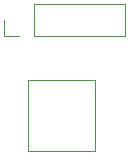
<source format=gbr>
%TF.GenerationSoftware,KiCad,Pcbnew,(5.1.9)-1*%
%TF.CreationDate,2021-09-05T14:49:22+02:00*%
%TF.ProjectId,MQ172,4d513137-322e-46b6-9963-61645f706362,rev?*%
%TF.SameCoordinates,Original*%
%TF.FileFunction,Legend,Top*%
%TF.FilePolarity,Positive*%
%FSLAX46Y46*%
G04 Gerber Fmt 4.6, Leading zero omitted, Abs format (unit mm)*
G04 Created by KiCad (PCBNEW (5.1.9)-1) date 2021-09-05 14:49:22*
%MOMM*%
%LPD*%
G01*
G04 APERTURE LIST*
%ADD10C,0.120000*%
G04 APERTURE END LIST*
D10*
%TO.C,J2*%
X177049000Y-116963000D02*
X171449000Y-116963000D01*
X171449000Y-110963000D02*
X177049000Y-110963000D01*
X177049000Y-110963000D02*
X177049000Y-116963000D01*
X171449000Y-110963000D02*
X171449000Y-116963000D01*
%TO.C,J1*%
X179638000Y-107248000D02*
X179638000Y-104588000D01*
X171958000Y-107248000D02*
X179638000Y-107248000D01*
X171958000Y-104588000D02*
X179638000Y-104588000D01*
X171958000Y-107248000D02*
X171958000Y-104588000D01*
X170688000Y-107248000D02*
X169358000Y-107248000D01*
X169358000Y-107248000D02*
X169358000Y-105918000D01*
%TD*%
M02*

</source>
